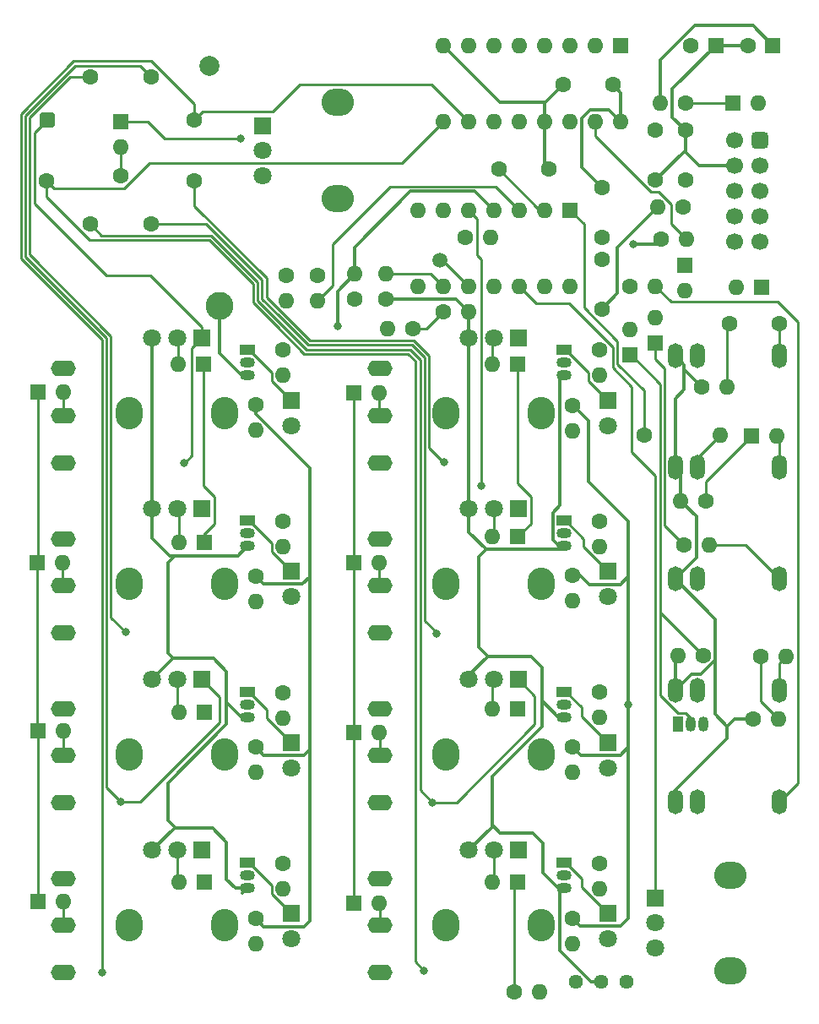
<source format=gbl>
G04 #@! TF.GenerationSoftware,KiCad,Pcbnew,7.0.10*
G04 #@! TF.CreationDate,2024-02-02T08:29:14+10:00*
G04 #@! TF.ProjectId,MK_Seq take 2,4d4b5f53-6571-4207-9461-6b6520322e6b,rev?*
G04 #@! TF.SameCoordinates,Original*
G04 #@! TF.FileFunction,Copper,L2,Bot*
G04 #@! TF.FilePolarity,Positive*
%FSLAX46Y46*%
G04 Gerber Fmt 4.6, Leading zero omitted, Abs format (unit mm)*
G04 Created by KiCad (PCBNEW 7.0.10) date 2024-02-02 08:29:14*
%MOMM*%
%LPD*%
G01*
G04 APERTURE LIST*
G04 Aperture macros list*
%AMRoundRect*
0 Rectangle with rounded corners*
0 $1 Rounding radius*
0 $2 $3 $4 $5 $6 $7 $8 $9 X,Y pos of 4 corners*
0 Add a 4 corners polygon primitive as box body*
4,1,4,$2,$3,$4,$5,$6,$7,$8,$9,$2,$3,0*
0 Add four circle primitives for the rounded corners*
1,1,$1+$1,$2,$3*
1,1,$1+$1,$4,$5*
1,1,$1+$1,$6,$7*
1,1,$1+$1,$8,$9*
0 Add four rect primitives between the rounded corners*
20,1,$1+$1,$2,$3,$4,$5,0*
20,1,$1+$1,$4,$5,$6,$7,0*
20,1,$1+$1,$6,$7,$8,$9,0*
20,1,$1+$1,$8,$9,$2,$3,0*%
G04 Aperture macros list end*
G04 #@! TA.AperFunction,ComponentPad*
%ADD10R,1.800000X1.800000*%
G04 #@! TD*
G04 #@! TA.AperFunction,ComponentPad*
%ADD11C,1.800000*%
G04 #@! TD*
G04 #@! TA.AperFunction,ComponentPad*
%ADD12O,2.500000X1.600000*%
G04 #@! TD*
G04 #@! TA.AperFunction,ComponentPad*
%ADD13O,2.720000X3.240000*%
G04 #@! TD*
G04 #@! TA.AperFunction,ComponentPad*
%ADD14C,1.600000*%
G04 #@! TD*
G04 #@! TA.AperFunction,ComponentPad*
%ADD15O,1.600000X1.600000*%
G04 #@! TD*
G04 #@! TA.AperFunction,ComponentPad*
%ADD16R,1.600000X1.600000*%
G04 #@! TD*
G04 #@! TA.AperFunction,ComponentPad*
%ADD17O,1.500000X2.500000*%
G04 #@! TD*
G04 #@! TA.AperFunction,ComponentPad*
%ADD18O,3.240000X2.720000*%
G04 #@! TD*
G04 #@! TA.AperFunction,ComponentPad*
%ADD19C,2.800000*%
G04 #@! TD*
G04 #@! TA.AperFunction,ComponentPad*
%ADD20RoundRect,0.400000X-0.400000X0.400000X-0.400000X-0.400000X0.400000X-0.400000X0.400000X0.400000X0*%
G04 #@! TD*
G04 #@! TA.AperFunction,ComponentPad*
%ADD21C,2.000000*%
G04 #@! TD*
G04 #@! TA.AperFunction,SMDPad,CuDef*
%ADD22C,1.500000*%
G04 #@! TD*
G04 #@! TA.AperFunction,ComponentPad*
%ADD23C,1.440000*%
G04 #@! TD*
G04 #@! TA.AperFunction,ComponentPad*
%ADD24R,1.500000X1.050000*%
G04 #@! TD*
G04 #@! TA.AperFunction,ComponentPad*
%ADD25O,1.500000X1.050000*%
G04 #@! TD*
G04 #@! TA.AperFunction,ComponentPad*
%ADD26R,1.050000X1.500000*%
G04 #@! TD*
G04 #@! TA.AperFunction,ComponentPad*
%ADD27O,1.050000X1.500000*%
G04 #@! TD*
G04 #@! TA.AperFunction,ComponentPad*
%ADD28C,1.700000*%
G04 #@! TD*
G04 #@! TA.AperFunction,ComponentPad*
%ADD29RoundRect,0.425000X-0.425000X-0.425000X0.425000X-0.425000X0.425000X0.425000X-0.425000X0.425000X0*%
G04 #@! TD*
G04 #@! TA.AperFunction,ViaPad*
%ADD30C,0.800000*%
G04 #@! TD*
G04 #@! TA.AperFunction,Conductor*
%ADD31C,0.300000*%
G04 #@! TD*
G04 #@! TA.AperFunction,Conductor*
%ADD32C,0.250000*%
G04 #@! TD*
G04 APERTURE END LIST*
D10*
X88900000Y-123185000D03*
D11*
X88900000Y-125725000D03*
D10*
X88900000Y-71750000D03*
D11*
X88900000Y-74290000D03*
D12*
X97789275Y-95017095D03*
X97790000Y-90305820D03*
X97790060Y-85604154D03*
X66039335Y-112037915D03*
X66040060Y-107326640D03*
X66040120Y-102624974D03*
D13*
X113980725Y-107235000D03*
X104380725Y-107235000D03*
D10*
X111680725Y-99735000D03*
D11*
X109180725Y-99735000D03*
X106680725Y-99735000D03*
D14*
X91500000Y-59200000D03*
D15*
X91500000Y-61740000D03*
D14*
X128400000Y-49700000D03*
X128400000Y-44700000D03*
X125400000Y-49700000D03*
X125400000Y-44700000D03*
X128145000Y-52400000D03*
D15*
X125605000Y-52400000D03*
D16*
X133148629Y-42000000D03*
D15*
X135688629Y-42000000D03*
D14*
X98400000Y-61597967D03*
D15*
X98400000Y-59057967D03*
D17*
X127395000Y-67310000D03*
X129595000Y-67310000D03*
X137795000Y-67310000D03*
D14*
X95247034Y-61600000D03*
D15*
X95247034Y-59060000D03*
D13*
X82230000Y-90130000D03*
X72630000Y-90130000D03*
D10*
X79930000Y-82630000D03*
D11*
X77430000Y-82630000D03*
X74930000Y-82630000D03*
D10*
X120650000Y-123185000D03*
D11*
X120650000Y-125725000D03*
D18*
X132892122Y-119305000D03*
X132892122Y-128905000D03*
D10*
X125392122Y-121605000D03*
D11*
X125392122Y-124105000D03*
X125392122Y-126605000D03*
D18*
X93500000Y-41910000D03*
X93500000Y-51510000D03*
D10*
X86000000Y-44210000D03*
D11*
X86000000Y-46710000D03*
X86000000Y-49210000D03*
D13*
X113980725Y-90130000D03*
X104380725Y-90130000D03*
D10*
X111680725Y-82630000D03*
D11*
X109180725Y-82630000D03*
X106680725Y-82630000D03*
D12*
X66039335Y-77996275D03*
X66040060Y-73285000D03*
X66040120Y-68583334D03*
D13*
X113980725Y-124340000D03*
X104380725Y-124340000D03*
D10*
X111680725Y-116840000D03*
D11*
X109180725Y-116840000D03*
X106680725Y-116840000D03*
D14*
X88340337Y-59212823D03*
D15*
X88340337Y-61752823D03*
D13*
X82230000Y-124340000D03*
X72630000Y-124340000D03*
D10*
X79930000Y-116840000D03*
D11*
X77430000Y-116840000D03*
X74930000Y-116840000D03*
D10*
X88900000Y-88895000D03*
D11*
X88900000Y-91435000D03*
D17*
X127395000Y-89645000D03*
X129595000Y-89645000D03*
X137795000Y-89645000D03*
D13*
X82230000Y-73025000D03*
X72630000Y-73025000D03*
D10*
X79930000Y-65525000D03*
D11*
X77430000Y-65525000D03*
X74930000Y-65525000D03*
D19*
X81700000Y-62300000D03*
D10*
X120650000Y-106040000D03*
D11*
X120650000Y-108580000D03*
D12*
X66039335Y-129058735D03*
X66040060Y-124347460D03*
X66040120Y-119645794D03*
D14*
X128400000Y-42000000D03*
D15*
X125860000Y-42000000D03*
D12*
X97789275Y-112037915D03*
X97790000Y-107326640D03*
X97790060Y-102624974D03*
D13*
X113980725Y-73025000D03*
X104380725Y-73025000D03*
D10*
X111680725Y-65525000D03*
D11*
X109180725Y-65525000D03*
X106680725Y-65525000D03*
D20*
X64373293Y-43645857D03*
D14*
X68706480Y-39333953D03*
X74813376Y-39335544D03*
X79145517Y-43649240D03*
X79145662Y-49772801D03*
X74813062Y-54099460D03*
X68693053Y-54094640D03*
X64362050Y-49768310D03*
X71763395Y-49260613D03*
D12*
X66039335Y-95017095D03*
X66040060Y-90305820D03*
X66040120Y-85604154D03*
X97789275Y-77996275D03*
X97790000Y-73285000D03*
X97790060Y-68583334D03*
D17*
X127395000Y-111980000D03*
X129595000Y-111980000D03*
X137795000Y-111980000D03*
X127395000Y-100812500D03*
X129595000Y-100812500D03*
X137795000Y-100812500D03*
D13*
X82230000Y-107235000D03*
X72630000Y-107235000D03*
D10*
X79930000Y-99735000D03*
D11*
X77430000Y-99735000D03*
X74930000Y-99735000D03*
D16*
X136000000Y-60400000D03*
D15*
X133460000Y-60400000D03*
D16*
X121905000Y-36195000D03*
D15*
X119365000Y-36195000D03*
X116825000Y-36195000D03*
X114285000Y-36195000D03*
X111745000Y-36195000D03*
X109205000Y-36195000D03*
X106665000Y-36195000D03*
X104125000Y-36195000D03*
X104125000Y-43815000D03*
X106665000Y-43815000D03*
X109205000Y-43815000D03*
X111745000Y-43815000D03*
X114285000Y-43815000D03*
X116825000Y-43815000D03*
X119365000Y-43815000D03*
X121905000Y-43815000D03*
D21*
X80700000Y-38200000D03*
D16*
X116830000Y-52700000D03*
D15*
X114290000Y-52700000D03*
X111750000Y-52700000D03*
X109210000Y-52700000D03*
X106670000Y-52700000D03*
X104130000Y-52700000D03*
X101590000Y-52700000D03*
X101590000Y-60320000D03*
X104130000Y-60320000D03*
X106670000Y-60320000D03*
X109210000Y-60320000D03*
X111750000Y-60320000D03*
X114290000Y-60320000D03*
X116830000Y-60320000D03*
D14*
X122860000Y-60300000D03*
D15*
X125400000Y-60300000D03*
D12*
X97789275Y-129058735D03*
X97790000Y-124347460D03*
X97790060Y-119645794D03*
D10*
X120650000Y-71750000D03*
D11*
X120650000Y-74290000D03*
D17*
X127395000Y-78477500D03*
X129595000Y-78477500D03*
X137795000Y-78477500D03*
D10*
X88900000Y-106040000D03*
D11*
X88900000Y-108580000D03*
D10*
X120650000Y-88895000D03*
D11*
X120650000Y-91435000D03*
D16*
X80125686Y-120000000D03*
D15*
X77585686Y-120000000D03*
D16*
X111600000Y-102700000D03*
D15*
X109060000Y-102700000D03*
D14*
X85300000Y-89353333D03*
D15*
X85300000Y-91893333D03*
D14*
X117100000Y-123660000D03*
D15*
X117100000Y-126200000D03*
D22*
X103800000Y-57700000D03*
D14*
X119800000Y-118155000D03*
D15*
X119800000Y-120695000D03*
D14*
X130445000Y-81800000D03*
D15*
X127905000Y-81800000D03*
D23*
X117420000Y-130000000D03*
X119960000Y-130000000D03*
X122500000Y-130000000D03*
D14*
X88054135Y-83867497D03*
D15*
X88054135Y-86407497D03*
D14*
X117100000Y-89326666D03*
D15*
X117100000Y-91866666D03*
D16*
X111600000Y-68100000D03*
D15*
X109060000Y-68100000D03*
D16*
X128300000Y-58174314D03*
D15*
X128300000Y-60714314D03*
D14*
X130055000Y-70400000D03*
D15*
X132595000Y-70400000D03*
D16*
X95174315Y-105060000D03*
D15*
X97714315Y-105060000D03*
D14*
X106360000Y-55400000D03*
D15*
X108900000Y-55400000D03*
D14*
X114700000Y-48600000D03*
X109700000Y-48600000D03*
D24*
X116205725Y-66675000D03*
D25*
X116205725Y-67945000D03*
X116205725Y-69215000D03*
D24*
X84455000Y-83820000D03*
D25*
X84455000Y-85090000D03*
X84455000Y-86360000D03*
D16*
X122800000Y-67225686D03*
D15*
X122800000Y-64685686D03*
D14*
X117100000Y-106493332D03*
D15*
X117100000Y-109033332D03*
D14*
X88054135Y-66721246D03*
D15*
X88054135Y-69261246D03*
D14*
X85300000Y-106506666D03*
D15*
X85300000Y-109046666D03*
D16*
X63474315Y-104900000D03*
D15*
X66014315Y-104900000D03*
D14*
X104155000Y-62900000D03*
D15*
X106695000Y-62900000D03*
D16*
X137160000Y-36195000D03*
D14*
X134660000Y-36195000D03*
D16*
X95174315Y-88020000D03*
D15*
X97714315Y-88020000D03*
D24*
X116205725Y-100965000D03*
D25*
X116205725Y-102235000D03*
X116205725Y-103505000D03*
D14*
X88054135Y-118160000D03*
D15*
X88054135Y-120700000D03*
D14*
X119800000Y-66700000D03*
D15*
X119800000Y-69240000D03*
D24*
X116205725Y-83820000D03*
D25*
X116205725Y-85090000D03*
X116205725Y-86360000D03*
D16*
X95174315Y-70980000D03*
D15*
X97714315Y-70980000D03*
D16*
X80125686Y-86000000D03*
D15*
X77585686Y-86000000D03*
D14*
X85300000Y-123660000D03*
D15*
X85300000Y-126200000D03*
D14*
X119800000Y-101003332D03*
D15*
X119800000Y-103543332D03*
D16*
X131445000Y-36195000D03*
D14*
X128945000Y-36195000D03*
X126000000Y-55600000D03*
D15*
X128540000Y-55600000D03*
D24*
X84455000Y-100965000D03*
D25*
X84455000Y-102235000D03*
X84455000Y-103505000D03*
D16*
X80125686Y-103000000D03*
D15*
X77585686Y-103000000D03*
D14*
X111255000Y-131000000D03*
D15*
X113795000Y-131000000D03*
D26*
X127660000Y-104200000D03*
D27*
X128930000Y-104200000D03*
X130200000Y-104200000D03*
D14*
X137855839Y-64045436D03*
X132855839Y-64045436D03*
D16*
X63474315Y-122000000D03*
D15*
X66014315Y-122000000D03*
D16*
X71755000Y-43815000D03*
D15*
X71755000Y-46355000D03*
D16*
X63474315Y-70900000D03*
D15*
X66014315Y-70900000D03*
D16*
X63374315Y-88000000D03*
D15*
X65914315Y-88000000D03*
D14*
X128247045Y-86258390D03*
D15*
X130787045Y-86258390D03*
D16*
X135060000Y-75300000D03*
D15*
X137600000Y-75300000D03*
D14*
X117100000Y-72260000D03*
D15*
X117100000Y-74800000D03*
D24*
X116205725Y-118110000D03*
D25*
X116205725Y-119380000D03*
X116205725Y-120650000D03*
D16*
X95174315Y-122100000D03*
D15*
X97714315Y-122100000D03*
D14*
X130200000Y-97300000D03*
D15*
X127660000Y-97300000D03*
D16*
X80040000Y-68100000D03*
D15*
X77500000Y-68100000D03*
D14*
X120000000Y-62600000D03*
X120000000Y-57600000D03*
D16*
X125400000Y-66025686D03*
D15*
X125400000Y-63485686D03*
D14*
X135200000Y-103700000D03*
D15*
X137740000Y-103700000D03*
D16*
X111600000Y-85400000D03*
D15*
X109060000Y-85400000D03*
D14*
X101045000Y-64600000D03*
D15*
X98505000Y-64600000D03*
D24*
X84455000Y-66675000D03*
D25*
X84455000Y-67945000D03*
X84455000Y-69215000D03*
D14*
X124290000Y-75200000D03*
D15*
X131910000Y-75200000D03*
D14*
X121100000Y-40100000D03*
X116100000Y-40100000D03*
X119800000Y-83851666D03*
D15*
X119800000Y-86391666D03*
D14*
X120000000Y-50400000D03*
X120000000Y-55400000D03*
D16*
X111600000Y-120000000D03*
D15*
X109060000Y-120000000D03*
D24*
X84455000Y-118110000D03*
D25*
X84455000Y-119380000D03*
X84455000Y-120650000D03*
D28*
X133360000Y-55880000D03*
X135900000Y-55880000D03*
X133360000Y-53340000D03*
X135900000Y-53340000D03*
X133360000Y-50800000D03*
X135900000Y-50800000D03*
X133360000Y-48260000D03*
X135900000Y-48260000D03*
X133360000Y-45720000D03*
D29*
X135900000Y-45720000D03*
D14*
X135955000Y-97400000D03*
D15*
X138495000Y-97400000D03*
D14*
X88054135Y-101013748D03*
D15*
X88054135Y-103553748D03*
D14*
X85300000Y-72200000D03*
D15*
X85300000Y-74740000D03*
D30*
X123200000Y-56100000D03*
X122700000Y-102200000D03*
X93500000Y-64300000D03*
X107900000Y-80300000D03*
X78100000Y-78000000D03*
X72300000Y-95000000D03*
X71800000Y-112000000D03*
X69900000Y-129100000D03*
X104168807Y-77978193D03*
X103400000Y-95100000D03*
X103000000Y-112037915D03*
X102200000Y-128900000D03*
X83800000Y-45500000D03*
D31*
X82400000Y-116000000D02*
X82400000Y-119800000D01*
X76500000Y-113800000D02*
X76500000Y-110100000D01*
X109000000Y-114300000D02*
X109800000Y-115100000D01*
X82400000Y-102000000D02*
X82400000Y-98900000D01*
X128300000Y-46800000D02*
X129760000Y-48260000D01*
X82400000Y-119800000D02*
X83250000Y-120650000D01*
X123200000Y-56100000D02*
X125500000Y-56100000D01*
X108400000Y-86700000D02*
X115865725Y-86700000D01*
X106695000Y-62900000D02*
X106695000Y-65510725D01*
X77200000Y-87300000D02*
X83515000Y-87300000D01*
X128300000Y-46800000D02*
X125400000Y-49700000D01*
X127100000Y-40540000D02*
X131445000Y-36195000D01*
X104125000Y-36195000D02*
X109780000Y-41850000D01*
X77065000Y-97600000D02*
X74930000Y-99735000D01*
X114000000Y-101849275D02*
X114000000Y-104400000D01*
X77200000Y-114500000D02*
X76500000Y-113800000D01*
X112900000Y-97400000D02*
X114000000Y-98500000D01*
X127395000Y-110805000D02*
X127395000Y-111980000D01*
X107700000Y-87400000D02*
X107700000Y-96500000D01*
X80970000Y-114570000D02*
X82400000Y-116000000D01*
X115800000Y-69620725D02*
X115800000Y-82300725D01*
X127395000Y-89645000D02*
X131400000Y-93650000D01*
X131400000Y-93650000D02*
X131400000Y-97737500D01*
X128995000Y-99212500D02*
X127395000Y-100812500D01*
X125500000Y-56100000D02*
X126000000Y-55600000D01*
X76500000Y-110100000D02*
X82400000Y-104200000D01*
X115800000Y-82300725D02*
X115100000Y-83000725D01*
X83905000Y-103505000D02*
X82400000Y-102000000D01*
X127395000Y-97565000D02*
X127660000Y-97300000D01*
X128400000Y-44700000D02*
X128400000Y-46700000D01*
X127100000Y-43400000D02*
X127100000Y-40540000D01*
X106680725Y-65525000D02*
X106680725Y-82630000D01*
X131445000Y-36195000D02*
X134660000Y-36195000D01*
X114285000Y-48185000D02*
X114700000Y-48600000D01*
X81100000Y-97600000D02*
X77065000Y-97600000D01*
X107700000Y-96500000D02*
X108600000Y-97400000D01*
X81700000Y-62300000D02*
X81700000Y-67010000D01*
X83980000Y-121125000D02*
X84455000Y-120650000D01*
X114100000Y-119094275D02*
X115655725Y-120650000D01*
X74930000Y-116840000D02*
X77200000Y-114570000D01*
X76500000Y-88000000D02*
X76500000Y-97035000D01*
X83250000Y-120650000D02*
X84455000Y-120650000D01*
X75000000Y-65455000D02*
X74930000Y-65525000D01*
X114000000Y-101849275D02*
X115655725Y-103505000D01*
X128260000Y-70700000D02*
X128260000Y-68600000D01*
X127395000Y-78477500D02*
X127395000Y-71565000D01*
X115100000Y-83000725D02*
X115100000Y-85700000D01*
X115800000Y-126858233D02*
X115800000Y-121055725D01*
X131400000Y-103200000D02*
X132600000Y-104400000D01*
X109000000Y-109400000D02*
X109000000Y-114300000D01*
X82400000Y-98900000D02*
X81100000Y-97600000D01*
X129500000Y-87540000D02*
X127395000Y-89645000D01*
X115865725Y-86700000D02*
X116205725Y-86360000D01*
X116205725Y-69215000D02*
X115800000Y-69620725D01*
X130055000Y-70400000D02*
X128260000Y-68605000D01*
X115760000Y-86360000D02*
X116205725Y-86360000D01*
X129760000Y-48260000D02*
X133360000Y-48260000D01*
X128260000Y-68600000D02*
X128260000Y-68175000D01*
X106680725Y-99735000D02*
X106680725Y-99319275D01*
X77200000Y-114570000D02*
X80970000Y-114570000D01*
X114285000Y-41915000D02*
X114350000Y-41850000D01*
X106695000Y-65510725D02*
X106680725Y-65525000D01*
X106680725Y-99319275D02*
X108600000Y-97400000D01*
X128260000Y-68605000D02*
X128260000Y-68600000D01*
X131400000Y-97737500D02*
X129925000Y-99212500D01*
X119960000Y-130000000D02*
X118941767Y-130000000D01*
X109000000Y-114520725D02*
X109000000Y-114300000D01*
X115100000Y-85700000D02*
X115760000Y-86360000D01*
X105392967Y-61597967D02*
X106695000Y-62900000D01*
X114350000Y-41850000D02*
X116100000Y-40100000D01*
X74930000Y-82630000D02*
X74930000Y-85530000D01*
X132600000Y-104400000D02*
X132600000Y-105600000D01*
X114100000Y-116100000D02*
X114100000Y-119094275D01*
X106680725Y-84980725D02*
X108400000Y-86700000D01*
X108400000Y-86700000D02*
X107700000Y-87400000D01*
X128400000Y-44700000D02*
X127100000Y-43400000D01*
X135200000Y-103700000D02*
X133300000Y-103700000D01*
X83515000Y-87300000D02*
X84455000Y-86360000D01*
X109800000Y-115100000D02*
X113100000Y-115100000D01*
X84455000Y-103505000D02*
X83905000Y-103505000D01*
X74930000Y-65525000D02*
X74930000Y-82630000D01*
X132600000Y-105600000D02*
X127395000Y-110805000D01*
X83905000Y-69215000D02*
X84455000Y-69215000D01*
X115655725Y-120650000D02*
X116205725Y-120650000D01*
X127905000Y-78987500D02*
X127395000Y-78477500D01*
X76700000Y-87300000D02*
X77200000Y-87300000D01*
X114000000Y-98500000D02*
X114000000Y-101849275D01*
X131400000Y-97600000D02*
X131400000Y-103200000D01*
X127905000Y-81800000D02*
X127905000Y-78987500D01*
X81700000Y-67010000D02*
X83905000Y-69215000D01*
X109780000Y-41850000D02*
X114350000Y-41850000D01*
X129500000Y-83395000D02*
X129500000Y-87540000D01*
X128260000Y-68175000D02*
X127395000Y-67310000D01*
X114000000Y-104400000D02*
X109000000Y-109400000D01*
X106680725Y-82630000D02*
X106680725Y-84980725D01*
X108600000Y-97400000D02*
X112900000Y-97400000D01*
X127395000Y-100812500D02*
X127395000Y-97565000D01*
X129925000Y-99212500D02*
X128995000Y-99212500D01*
X77200000Y-114570000D02*
X77200000Y-114500000D01*
X76500000Y-97035000D02*
X77065000Y-97600000D01*
X127395000Y-71565000D02*
X128260000Y-70700000D01*
X82400000Y-104200000D02*
X82400000Y-102000000D01*
X114285000Y-43815000D02*
X114285000Y-48185000D01*
X113100000Y-115100000D02*
X114100000Y-116100000D01*
X118941767Y-130000000D02*
X115800000Y-126858233D01*
X74930000Y-85530000D02*
X76700000Y-87300000D01*
X115800000Y-121055725D02*
X116205725Y-120650000D01*
X77200000Y-87300000D02*
X76500000Y-88000000D01*
X127905000Y-81800000D02*
X129500000Y-83395000D01*
X98400000Y-61597967D02*
X105392967Y-61597967D01*
X114285000Y-43815000D02*
X114285000Y-41915000D01*
X128400000Y-46700000D02*
X128300000Y-46800000D01*
X133300000Y-103700000D02*
X132600000Y-104400000D01*
X106680725Y-116840000D02*
X109000000Y-114520725D01*
X115655725Y-103505000D02*
X116205725Y-103505000D01*
X121600000Y-61000000D02*
X121600000Y-56405000D01*
X121600000Y-56405000D02*
X125605000Y-52400000D01*
X125700000Y-52400000D02*
X125605000Y-52400000D01*
X120000000Y-62600000D02*
X121600000Y-61000000D01*
D32*
X133148629Y-42000000D02*
X128400000Y-42000000D01*
D31*
X85300000Y-89353333D02*
X86099999Y-90153332D01*
X100825000Y-50775000D02*
X107285000Y-50775000D01*
X85300000Y-73113654D02*
X85300000Y-72200000D01*
X95200000Y-56400000D02*
X100825000Y-50775000D01*
X90110000Y-124475000D02*
X86115000Y-124475000D01*
X118700000Y-73760000D02*
X117100000Y-72160000D01*
X122700000Y-89200000D02*
X122700000Y-83900000D01*
X90700000Y-89200000D02*
X90700000Y-78513654D01*
X95247034Y-59060000D02*
X95200000Y-59012966D01*
X125860000Y-37653654D02*
X129313654Y-34200000D01*
X121890000Y-107300000D02*
X117906668Y-107300000D01*
X90700000Y-106740000D02*
X90110000Y-107330000D01*
X93500000Y-60807034D02*
X95247034Y-59060000D01*
X86115000Y-124475000D02*
X85300000Y-123660000D01*
X122700000Y-106490000D02*
X122700000Y-123635000D01*
X90700000Y-78513654D02*
X85300000Y-73113654D01*
X107285000Y-50775000D02*
X109210000Y-52700000D01*
X118700000Y-79900000D02*
X118700000Y-73760000D01*
X122700000Y-89200000D02*
X122700000Y-106490000D01*
X118835000Y-42665000D02*
X118000000Y-43500000D01*
X95200000Y-59012966D02*
X95200000Y-56400000D01*
X122700000Y-83900000D02*
X118700000Y-79900000D01*
X122700000Y-123635000D02*
X121900000Y-124435000D01*
X129313654Y-34200000D02*
X135165000Y-34200000D01*
X89996668Y-90153332D02*
X90700000Y-89450000D01*
X122700000Y-106490000D02*
X121890000Y-107300000D01*
X122700000Y-89345000D02*
X122700000Y-89200000D01*
X90700000Y-89200000D02*
X90700000Y-106740000D01*
X90110000Y-107330000D02*
X86123334Y-107330000D01*
X121905000Y-43815000D02*
X121905000Y-40905000D01*
X86099999Y-90153332D02*
X89996668Y-90153332D01*
X121860000Y-90185000D02*
X122700000Y-89345000D01*
X118000000Y-43500000D02*
X118000000Y-48400000D01*
X135165000Y-34200000D02*
X137160000Y-36195000D01*
X93500000Y-64300000D02*
X93500000Y-60807034D01*
X117906668Y-107300000D02*
X117100000Y-106493332D01*
X118000000Y-48400000D02*
X120000000Y-50400000D01*
X121900000Y-124435000D02*
X117875000Y-124435000D01*
X90700000Y-106740000D02*
X90700000Y-123885000D01*
X121905000Y-40905000D02*
X121100000Y-40100000D01*
X125860000Y-42000000D02*
X125860000Y-37653654D01*
X90700000Y-123885000D02*
X90110000Y-124475000D01*
X121905000Y-43815000D02*
X120755000Y-42665000D01*
X117875000Y-124435000D02*
X117100000Y-123660000D01*
X118731668Y-90185000D02*
X121860000Y-90185000D01*
X120755000Y-42665000D02*
X118835000Y-42665000D01*
X117873334Y-89326666D02*
X118731668Y-90185000D01*
X86123334Y-107330000D02*
X85300000Y-106506666D01*
X117100000Y-89326666D02*
X117873334Y-89326666D01*
D32*
X86929135Y-69779135D02*
X88900000Y-71750000D01*
X84455000Y-66675000D02*
X84612082Y-66675000D01*
X86929135Y-68992053D02*
X86929135Y-69779135D01*
X84612082Y-66675000D02*
X86929135Y-68992053D01*
X84680000Y-83820000D02*
X86900000Y-86040000D01*
X86900000Y-86895000D02*
X88900000Y-88895000D01*
X84455000Y-83820000D02*
X84680000Y-83820000D01*
X86900000Y-86040000D02*
X86900000Y-86895000D01*
X86400000Y-102752918D02*
X86400000Y-103600000D01*
X84612082Y-100965000D02*
X86400000Y-102752918D01*
X86460000Y-103600000D02*
X88900000Y-106040000D01*
X84455000Y-100965000D02*
X84612082Y-100965000D01*
X86400000Y-103600000D02*
X86460000Y-103600000D01*
X86929135Y-120359135D02*
X86929135Y-121214135D01*
X84680000Y-118110000D02*
X86929135Y-120359135D01*
X84455000Y-118110000D02*
X84680000Y-118110000D01*
X86929135Y-121214135D02*
X88900000Y-123185000D01*
X116205725Y-66675000D02*
X116362807Y-66675000D01*
X118675000Y-69775000D02*
X120650000Y-71750000D01*
X116362807Y-66675000D02*
X118675000Y-68987193D01*
X118675000Y-68987193D02*
X118675000Y-69775000D01*
X116362807Y-83820000D02*
X118200000Y-85657193D01*
X118200000Y-86445000D02*
X120650000Y-88895000D01*
X116205725Y-83820000D02*
X116362807Y-83820000D01*
X118200000Y-85657193D02*
X118200000Y-86445000D01*
X116205725Y-100965000D02*
X116430725Y-100965000D01*
X118000000Y-102534275D02*
X118000000Y-103390000D01*
X118000000Y-103390000D02*
X120650000Y-106040000D01*
X116430725Y-100965000D02*
X118000000Y-102534275D01*
X118000000Y-119679275D02*
X118000000Y-120535000D01*
X116430725Y-118110000D02*
X118000000Y-119679275D01*
X116205725Y-118110000D02*
X116430725Y-118110000D01*
X118000000Y-120535000D02*
X120650000Y-123185000D01*
X113800000Y-52700000D02*
X114290000Y-52700000D01*
X109700000Y-48600000D02*
X113800000Y-52700000D01*
X107935000Y-57615000D02*
X107935000Y-80265000D01*
X106670000Y-52700000D02*
X107485000Y-53515000D01*
X130445000Y-79915000D02*
X135060000Y-75300000D01*
X130445000Y-81800000D02*
X130445000Y-79915000D01*
X107935000Y-80265000D02*
X107900000Y-80300000D01*
X107485000Y-57165000D02*
X107935000Y-57615000D01*
X107485000Y-53515000D02*
X107485000Y-57165000D01*
X137795000Y-64106275D02*
X137855839Y-64045436D01*
X137795000Y-67310000D02*
X137795000Y-64106275D01*
X97790000Y-124347460D02*
X97790000Y-122175685D01*
X97790000Y-122175685D02*
X97714315Y-122100000D01*
X97790000Y-107326640D02*
X97790000Y-105135685D01*
X97790000Y-105135685D02*
X97714315Y-105060000D01*
X97714315Y-88020000D02*
X97714315Y-90230135D01*
X97714315Y-90230135D02*
X97790000Y-90305820D01*
X97714315Y-70980000D02*
X97714315Y-73209315D01*
X97714315Y-73209315D02*
X97790000Y-73285000D01*
X66040060Y-124347460D02*
X66040060Y-122025745D01*
X66040060Y-122025745D02*
X66014315Y-122000000D01*
X80040000Y-80290000D02*
X81155000Y-81405000D01*
X81155000Y-84085000D02*
X80040000Y-85200000D01*
X111600000Y-80099275D02*
X112905725Y-81405000D01*
X80040000Y-68100000D02*
X80040000Y-80290000D01*
X111255000Y-131000000D02*
X111255000Y-120345000D01*
X112905725Y-84094275D02*
X111600000Y-85400000D01*
X111600000Y-68100000D02*
X111600000Y-80099275D01*
X111255000Y-120345000D02*
X111600000Y-120000000D01*
X112905725Y-81405000D02*
X112905725Y-84094275D01*
X81155000Y-81405000D02*
X81155000Y-84085000D01*
X77500000Y-65595000D02*
X77430000Y-65525000D01*
X77500000Y-68100000D02*
X77500000Y-65595000D01*
X77585686Y-82785686D02*
X77430000Y-82630000D01*
X77585686Y-86000000D02*
X77585686Y-82785686D01*
X77430000Y-102844314D02*
X77585686Y-103000000D01*
X77430000Y-99735000D02*
X77430000Y-102844314D01*
X77430000Y-119844314D02*
X77585686Y-120000000D01*
X77430000Y-116840000D02*
X77430000Y-119844314D01*
X109060000Y-68100000D02*
X109060000Y-65645725D01*
X109060000Y-65645725D02*
X109180725Y-65525000D01*
X109180725Y-82630000D02*
X109180725Y-85279275D01*
X109180725Y-85279275D02*
X109060000Y-85400000D01*
X109054314Y-82756411D02*
X109180725Y-82630000D01*
X109060000Y-99855725D02*
X109180725Y-99735000D01*
X109054314Y-99861411D02*
X109180725Y-99735000D01*
X109060000Y-102700000D02*
X109060000Y-99855725D01*
X109180725Y-116840000D02*
X109180725Y-119879275D01*
X109054314Y-116966411D02*
X109180725Y-116840000D01*
X109180725Y-119879275D02*
X109060000Y-120000000D01*
X66014315Y-107300895D02*
X66040060Y-107326640D01*
X66014315Y-104900000D02*
X66014315Y-107300895D01*
X65914315Y-88000000D02*
X65914315Y-90180075D01*
X65914315Y-90180075D02*
X66040060Y-90305820D01*
X132595000Y-64306275D02*
X132855839Y-64045436D01*
X132595000Y-70400000D02*
X132595000Y-64306275D01*
X66014315Y-73259255D02*
X66040060Y-73285000D01*
X66014315Y-70900000D02*
X66014315Y-73259255D01*
X126320000Y-84331345D02*
X128247045Y-86258390D01*
X125400000Y-66025686D02*
X125400000Y-67600000D01*
X125400000Y-67600000D02*
X126320000Y-68520000D01*
X126320000Y-68520000D02*
X126320000Y-84331345D01*
X101045000Y-64600000D02*
X102455000Y-64600000D01*
X104100000Y-57800000D02*
X106620000Y-60320000D01*
X102455000Y-64600000D02*
X104155000Y-62900000D01*
X106620000Y-60320000D02*
X106670000Y-60320000D01*
X101100000Y-64655000D02*
X101045000Y-64600000D01*
X125870000Y-92970000D02*
X125870000Y-101307780D01*
X128930000Y-103630000D02*
X128930000Y-104200000D01*
X125870000Y-70110000D02*
X125870000Y-92970000D01*
X128400000Y-103100000D02*
X128930000Y-103630000D01*
X125870000Y-92970000D02*
X130200000Y-97300000D01*
X125870000Y-101307780D02*
X127662220Y-103100000D01*
X122800000Y-67040000D02*
X125870000Y-70110000D01*
X127662220Y-103100000D02*
X128400000Y-103100000D01*
X135962211Y-101112324D02*
X135962211Y-101922211D01*
X135955000Y-101105113D02*
X135962211Y-101112324D01*
X135962211Y-101922211D02*
X137740000Y-103700000D01*
X135955000Y-97400000D02*
X135955000Y-101105113D01*
X78915000Y-66540000D02*
X78915000Y-77285000D01*
X79930000Y-64375000D02*
X79930000Y-65525000D01*
X78100000Y-78100000D02*
X78200000Y-78000000D01*
X70300000Y-59200000D02*
X74755000Y-59200000D01*
X74755000Y-59200000D02*
X79930000Y-64375000D01*
X64373293Y-43645857D02*
X63100000Y-44919150D01*
X78200000Y-78000000D02*
X78100000Y-78000000D01*
X63100000Y-44919150D02*
X63100000Y-52000000D01*
X78100000Y-78000000D02*
X78100000Y-78100000D01*
X78915000Y-77285000D02*
X78200000Y-78000000D01*
X79930000Y-65525000D02*
X78915000Y-66540000D01*
X63100000Y-52000000D02*
X70300000Y-59200000D01*
X70800000Y-65300000D02*
X62650000Y-57150000D01*
X70800000Y-93500000D02*
X70800000Y-65300000D01*
X66738839Y-39333953D02*
X68706480Y-39333953D01*
X62650000Y-43422792D02*
X66738839Y-39333953D01*
X62650000Y-57150000D02*
X62650000Y-43422792D01*
X72300000Y-95000000D02*
X70800000Y-93500000D01*
X62200000Y-43236396D02*
X67227443Y-38208953D01*
X81700000Y-101505000D02*
X79930000Y-99735000D01*
X70350000Y-65486396D02*
X62200000Y-57336396D01*
X71800000Y-112000000D02*
X73700000Y-112000000D01*
X70350000Y-110550000D02*
X70350000Y-65486396D01*
X73686785Y-38208953D02*
X74813376Y-39335544D01*
X73700000Y-112000000D02*
X81700000Y-104000000D01*
X62200000Y-57336396D02*
X62200000Y-43236396D01*
X67227443Y-38208953D02*
X73686785Y-38208953D01*
X81700000Y-104000000D02*
X81700000Y-101505000D01*
X71800000Y-112000000D02*
X70350000Y-110550000D01*
X67041047Y-37758953D02*
X61750000Y-43050000D01*
X69800000Y-129100000D02*
X69800000Y-129100000D01*
X69900000Y-65700000D02*
X69900000Y-129100000D01*
X61750000Y-57550000D02*
X69900000Y-65700000D01*
X106665000Y-43815000D02*
X102950000Y-40100000D01*
X102950000Y-40100000D02*
X89740000Y-40100000D01*
X61750000Y-43050000D02*
X61750000Y-57550000D01*
X69900000Y-129100000D02*
X69800000Y-129100000D01*
X74827776Y-37758953D02*
X67041047Y-37758953D01*
X79145517Y-42076694D02*
X74827776Y-37758953D01*
X79145517Y-43649240D02*
X79145517Y-42076694D01*
X79994757Y-42800000D02*
X79145517Y-43649240D01*
X89740000Y-40100000D02*
X87040000Y-42800000D01*
X87040000Y-42800000D02*
X79994757Y-42800000D01*
X69900000Y-129000000D02*
X69900000Y-129000000D01*
X87874346Y-62877823D02*
X87877823Y-62877823D01*
X86400000Y-61403477D02*
X87874346Y-62877823D01*
X79145662Y-49772801D02*
X79145662Y-52245662D01*
X79145662Y-52245662D02*
X86400000Y-59500000D01*
X90725000Y-65725000D02*
X101125000Y-65725000D01*
X86400000Y-59500000D02*
X86400000Y-61403477D01*
X101125000Y-65725000D02*
X102695725Y-67295725D01*
X87877823Y-62877823D02*
X90725000Y-65725000D01*
X102695725Y-76495725D02*
X104200000Y-78000000D01*
X102695725Y-67295725D02*
X102695725Y-76495725D01*
X85950000Y-61589873D02*
X87687950Y-63327823D01*
X102245725Y-93845725D02*
X103400000Y-95000000D01*
X102245725Y-67482121D02*
X102245725Y-93845725D01*
X85950000Y-59686396D02*
X85950000Y-61589873D01*
X87687950Y-63327823D02*
X87691427Y-63327823D01*
X103400000Y-95000000D02*
X103400000Y-95100000D01*
X80363064Y-54099460D02*
X85950000Y-59686396D01*
X90563604Y-66200000D02*
X100963604Y-66200000D01*
X74813062Y-54099460D02*
X80363064Y-54099460D01*
X87691427Y-63327823D02*
X90563604Y-66200000D01*
X100963604Y-66200000D02*
X102245725Y-67482121D01*
X103500000Y-95100000D02*
X103400000Y-95000000D01*
X103400000Y-95100000D02*
X103500000Y-95100000D01*
X101795725Y-110833640D02*
X101795725Y-67668517D01*
X101795725Y-67668517D02*
X100777208Y-66650000D01*
X113300000Y-104200000D02*
X105462085Y-112037915D01*
X100777208Y-66650000D02*
X90377208Y-66650000D01*
X105462085Y-112037915D02*
X103000000Y-112037915D01*
X80851668Y-55224460D02*
X69822873Y-55224460D01*
X111680725Y-99735000D02*
X113300000Y-101354275D01*
X85500000Y-61776269D02*
X85500000Y-59872792D01*
X87505031Y-63777823D02*
X87501554Y-63777823D01*
X103000000Y-112037915D02*
X101795725Y-110833640D01*
X87501554Y-63777823D02*
X85500000Y-61776269D01*
X69822873Y-55224460D02*
X68693053Y-54094640D01*
X90377208Y-66650000D02*
X87505031Y-63777823D01*
X113300000Y-101354275D02*
X113300000Y-104200000D01*
X85500000Y-59872792D02*
X80851668Y-55224460D01*
X65093740Y-50500000D02*
X64362050Y-49768310D01*
X87315158Y-64227823D02*
X87318635Y-64227823D01*
X64362050Y-51354628D02*
X68681882Y-55674460D01*
X68681882Y-55674460D02*
X80665272Y-55674460D01*
X85050000Y-60059188D02*
X85050000Y-61962665D01*
X101300000Y-128000000D02*
X102200000Y-128900000D01*
X80665272Y-55674460D02*
X85050000Y-60059188D01*
X74629999Y-47985000D02*
X72114999Y-50500000D01*
X99955000Y-47985000D02*
X74629999Y-47985000D01*
X104125000Y-43815000D02*
X99955000Y-47985000D01*
X72114999Y-50500000D02*
X65093740Y-50500000D01*
X87318635Y-64227823D02*
X90190812Y-67100000D01*
X101300000Y-67809188D02*
X101300000Y-128000000D01*
X64362050Y-49768310D02*
X64362050Y-51354628D01*
X85050000Y-61962665D02*
X87315158Y-64227823D01*
X100590812Y-67100000D02*
X101300000Y-67809188D01*
X90190812Y-67100000D02*
X100590812Y-67100000D01*
X93000000Y-56109009D02*
X93000000Y-60240000D01*
X111750000Y-52700000D02*
X109350000Y-50300000D01*
X93000000Y-60240000D02*
X91500000Y-61740000D01*
X109350000Y-50300000D02*
X98809009Y-50300000D01*
X98809009Y-50300000D02*
X93000000Y-56109009D01*
X98205000Y-64900000D02*
X98505000Y-64600000D01*
X63374315Y-88000000D02*
X63374315Y-104800000D01*
X63474315Y-104900000D02*
X63474315Y-122000000D01*
X63474315Y-87900000D02*
X63374315Y-88000000D01*
X95174315Y-88020000D02*
X95174315Y-105060000D01*
X63374315Y-104800000D02*
X63474315Y-104900000D01*
X95174315Y-105060000D02*
X95174315Y-122100000D01*
X95174315Y-88020000D02*
X95174315Y-70980000D01*
X63474315Y-70900000D02*
X63474315Y-87900000D01*
X124934009Y-50825000D02*
X119365000Y-45255991D01*
X119365000Y-45255991D02*
X119365000Y-43815000D01*
X127020000Y-52145000D02*
X125700000Y-50825000D01*
X76200000Y-45500000D02*
X74515000Y-43815000D01*
X128540000Y-55600000D02*
X127020000Y-54080000D01*
X127020000Y-54080000D02*
X127020000Y-52145000D01*
X83800000Y-45500000D02*
X76200000Y-45500000D01*
X74515000Y-43815000D02*
X71755000Y-43815000D01*
X125700000Y-50825000D02*
X124934009Y-50825000D01*
X124290000Y-70780000D02*
X121600000Y-68090000D01*
X121600000Y-68090000D02*
X121600000Y-65800000D01*
X118225000Y-54095000D02*
X116830000Y-52700000D01*
X124290000Y-75200000D02*
X124290000Y-70780000D01*
X118225000Y-62425000D02*
X118225000Y-54095000D01*
X121600000Y-65800000D02*
X118225000Y-62425000D01*
X102867967Y-59057967D02*
X104130000Y-60320000D01*
X98400000Y-59057967D02*
X102867967Y-59057967D01*
X71763395Y-46363395D02*
X71755000Y-46355000D01*
X71763395Y-49260613D02*
X71763395Y-46363395D01*
X123000000Y-70400000D02*
X121100000Y-68500000D01*
X121100000Y-68500000D02*
X121100000Y-66400000D01*
X116700000Y-62000000D02*
X113430000Y-62000000D01*
X113430000Y-62000000D02*
X111750000Y-60320000D01*
X125392122Y-79292122D02*
X123000000Y-76900000D01*
X121100000Y-66400000D02*
X116700000Y-62000000D01*
X123000000Y-76900000D02*
X123000000Y-70400000D01*
X125392122Y-121605000D02*
X125392122Y-79292122D01*
X137795000Y-78477500D02*
X137795000Y-75495000D01*
X137795000Y-75495000D02*
X137600000Y-75300000D01*
X129595000Y-77515000D02*
X129595000Y-78477500D01*
X131910000Y-75200000D02*
X129595000Y-77515000D01*
X130787045Y-86258390D02*
X134408390Y-86258390D01*
X134408390Y-86258390D02*
X137795000Y-89645000D01*
X137644314Y-61839314D02*
X139700000Y-63895000D01*
X139700000Y-110075000D02*
X137795000Y-111980000D01*
X139700000Y-63895000D02*
X139700000Y-110075000D01*
X125400000Y-60300000D02*
X126939314Y-61839314D01*
X126939314Y-61839314D02*
X137644314Y-61839314D01*
X137795000Y-100812500D02*
X137795000Y-98100000D01*
X137795000Y-98100000D02*
X138495000Y-97400000D01*
M02*

</source>
